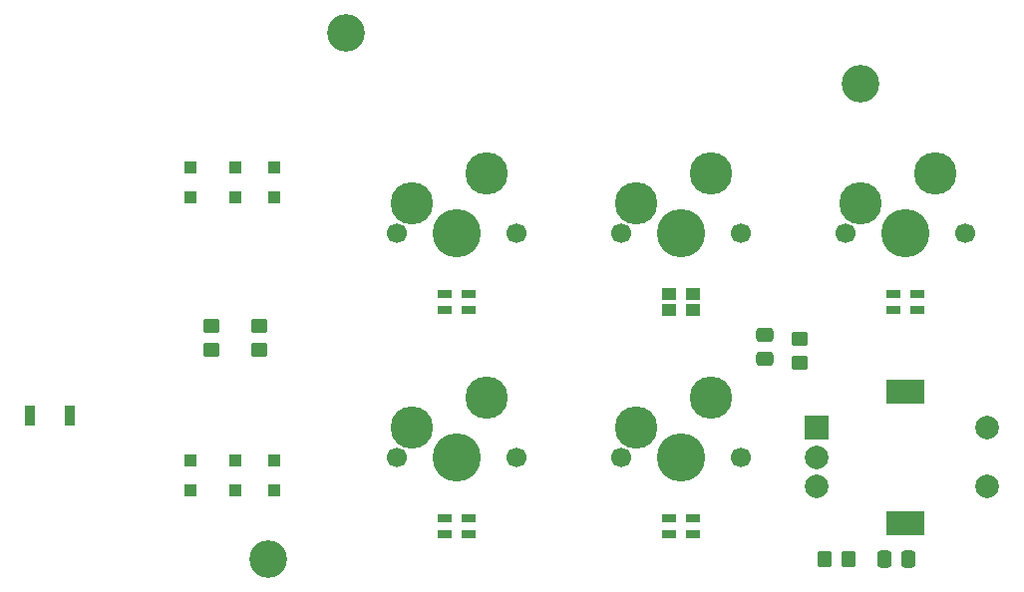
<source format=gbr>
%TF.GenerationSoftware,KiCad,Pcbnew,(6.0.1-0)*%
%TF.CreationDate,2024-01-06T16:47:38-08:00*%
%TF.ProjectId,pizzapad,70697a7a-6170-4616-942e-6b696361645f,rev?*%
%TF.SameCoordinates,Original*%
%TF.FileFunction,Soldermask,Top*%
%TF.FilePolarity,Negative*%
%FSLAX46Y46*%
G04 Gerber Fmt 4.6, Leading zero omitted, Abs format (unit mm)*
G04 Created by KiCad (PCBNEW (6.0.1-0)) date 2024-01-06 16:47:38*
%MOMM*%
%LPD*%
G01*
G04 APERTURE LIST*
G04 Aperture macros list*
%AMRoundRect*
0 Rectangle with rounded corners*
0 $1 Rounding radius*
0 $2 $3 $4 $5 $6 $7 $8 $9 X,Y pos of 4 corners*
0 Add a 4 corners polygon primitive as box body*
4,1,4,$2,$3,$4,$5,$6,$7,$8,$9,$2,$3,0*
0 Add four circle primitives for the rounded corners*
1,1,$1+$1,$2,$3*
1,1,$1+$1,$4,$5*
1,1,$1+$1,$6,$7*
1,1,$1+$1,$8,$9*
0 Add four rect primitives between the rounded corners*
20,1,$1+$1,$2,$3,$4,$5,0*
20,1,$1+$1,$4,$5,$6,$7,0*
20,1,$1+$1,$6,$7,$8,$9,0*
20,1,$1+$1,$8,$9,$2,$3,0*%
G04 Aperture macros list end*
%ADD10R,1.200000X0.800000*%
%ADD11R,1.200000X1.000000*%
%ADD12R,1.000000X1.000000*%
%ADD13RoundRect,0.250000X-0.450000X0.350000X-0.450000X-0.350000X0.450000X-0.350000X0.450000X0.350000X0*%
%ADD14RoundRect,0.250000X0.450000X-0.350000X0.450000X0.350000X-0.450000X0.350000X-0.450000X-0.350000X0*%
%ADD15RoundRect,0.250000X-0.350000X-0.450000X0.350000X-0.450000X0.350000X0.450000X-0.350000X0.450000X0*%
%ADD16R,2.000000X2.000000*%
%ADD17C,2.000000*%
%ADD18R,3.200000X2.000000*%
%ADD19RoundRect,0.250000X0.337500X0.475000X-0.337500X0.475000X-0.337500X-0.475000X0.337500X-0.475000X0*%
%ADD20R,0.900000X1.700000*%
%ADD21C,3.200000*%
%ADD22RoundRect,0.250000X-0.475000X0.337500X-0.475000X-0.337500X0.475000X-0.337500X0.475000X0.337500X0*%
%ADD23C,4.100000*%
%ADD24C,1.700000*%
%ADD25C,3.600000*%
G04 APERTURE END LIST*
D10*
%TO.C,LED2*%
X186198000Y-113680000D03*
X186198000Y-112380000D03*
X188198000Y-112380000D03*
X188198000Y-113680000D03*
%TD*%
%TO.C,LED4*%
X167148000Y-131430000D03*
X167148000Y-132730000D03*
X169148000Y-132730000D03*
X169148000Y-131430000D03*
%TD*%
D11*
%TO.C,LED1*%
X169148000Y-113680000D03*
X169148000Y-112380000D03*
X167148000Y-112380000D03*
X167148000Y-113680000D03*
%TD*%
D10*
%TO.C,LED3*%
X148098000Y-131430000D03*
X148098000Y-132730000D03*
X150098000Y-132730000D03*
X150098000Y-131430000D03*
%TD*%
%TO.C,LED0*%
X150098000Y-113680000D03*
X150098000Y-112380000D03*
X148098000Y-112380000D03*
X148098000Y-113680000D03*
%TD*%
D12*
%TO.C,D5*%
X126492000Y-126512000D03*
X126492000Y-129012000D03*
%TD*%
D13*
%TO.C,R0*%
X128270000Y-115078000D03*
X128270000Y-117078000D03*
%TD*%
D14*
%TO.C,R1*%
X132334000Y-117078000D03*
X132334000Y-115078000D03*
%TD*%
D13*
%TO.C,R2*%
X178200000Y-116200000D03*
X178200000Y-118200000D03*
%TD*%
D15*
%TO.C,R3*%
X180356000Y-134874000D03*
X182356000Y-134874000D03*
%TD*%
D12*
%TO.C,D2*%
X126492000Y-104120000D03*
X126492000Y-101620000D03*
%TD*%
D16*
%TO.C,RE_3_1*%
X179694000Y-123738000D03*
D17*
X179694000Y-128738000D03*
X179694000Y-126238000D03*
D18*
X187194000Y-131838000D03*
X187194000Y-120638000D03*
D17*
X194194000Y-128738000D03*
X194194000Y-123738000D03*
%TD*%
D12*
%TO.C,D1*%
X130302000Y-104120000D03*
X130302000Y-101620000D03*
%TD*%
D19*
%TO.C,C1*%
X187473500Y-134874000D03*
X185398500Y-134874000D03*
%TD*%
D20*
%TO.C,SW1*%
X116254000Y-122682000D03*
X112854000Y-122682000D03*
%TD*%
D21*
%TO.C,\u2022\u1D25\u20221*%
X139700000Y-90170000D03*
%TD*%
%TO.C,(\u2229_\u2229)0*%
X183388000Y-94488000D03*
%TD*%
%TO.C,(\u25E1\u203F\u25E1\u002A)7*%
X133096000Y-134874000D03*
%TD*%
D12*
%TO.C,D4*%
X130302000Y-126512000D03*
X130302000Y-129012000D03*
%TD*%
%TO.C,D3*%
X133604000Y-126512000D03*
X133604000Y-129012000D03*
%TD*%
D22*
%TO.C,C0*%
X175260000Y-115802500D03*
X175260000Y-117877500D03*
%TD*%
D12*
%TO.C,D0*%
X133604000Y-104120000D03*
X133604000Y-101620000D03*
%TD*%
D23*
%TO.C,S4*%
X168148000Y-126238000D03*
D24*
X173228000Y-126238000D03*
X163068000Y-126238000D03*
D25*
X170688000Y-121158000D03*
X164338000Y-123698000D03*
%TD*%
D24*
%TO.C,S0*%
X144018000Y-107188000D03*
X154178000Y-107188000D03*
D23*
X149098000Y-107188000D03*
D25*
X151638000Y-102108000D03*
X145288000Y-104648000D03*
%TD*%
D24*
%TO.C,S3*%
X144018000Y-126238000D03*
X154178000Y-126238000D03*
D23*
X149098000Y-126238000D03*
D25*
X151638000Y-121158000D03*
X145288000Y-123698000D03*
%TD*%
D23*
%TO.C,S2*%
X187198000Y-107188000D03*
D24*
X192278000Y-107188000D03*
X182118000Y-107188000D03*
D25*
X189738000Y-102108000D03*
X183388000Y-104648000D03*
%TD*%
D24*
%TO.C,S1*%
X173228000Y-107188000D03*
D23*
X168148000Y-107188000D03*
D24*
X163068000Y-107188000D03*
D25*
X170688000Y-102108000D03*
X164338000Y-104648000D03*
%TD*%
M02*

</source>
